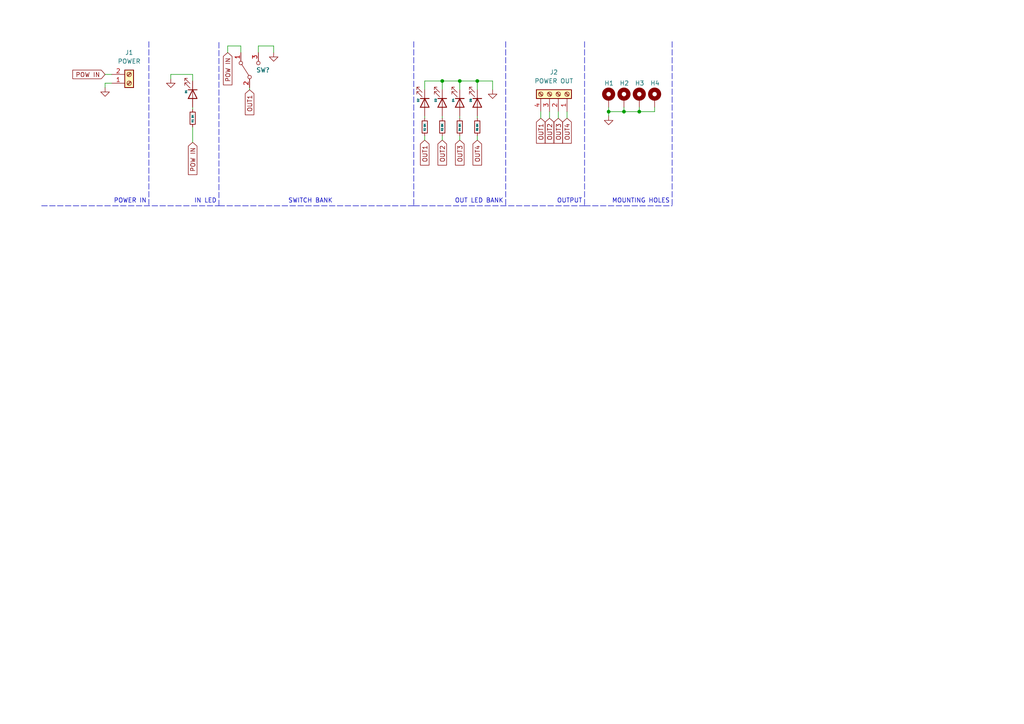
<source format=kicad_sch>
(kicad_sch (version 20211123) (generator eeschema)
  (paper "A4")
  (lib_symbols
    (symbol "Connector:Screw_Terminal_01x02" (pin_names (offset 1.016) hide)
      (property "Reference" "J" (at 0 2.54 0))
      (property "Value" "Screw_Terminal_01x02" (at 0 -5.08 0))
      (symbol "Screw_Terminal_01x02_1_1"
        (rectangle (start -1.27 1.27) (end 1.27 -3.81) (stroke (width 0.254)) (fill (type background)))
        (circle (center 0 -2.54) (radius 0.635) (stroke (width 0.1524)))
        (polyline (pts (xy -0.5334 -2.2098) (xy 0.3302 -3.048)) (stroke (width 0.1524)))
        (polyline (pts (xy -0.5334 0.3302) (xy 0.3302 -0.508)) (stroke (width 0.1524)))
        (polyline (pts (xy -0.3556 -2.032) (xy 0.508 -2.8702)) (stroke (width 0.1524)))
        (polyline (pts (xy -0.3556 0.508) (xy 0.508 -0.3302)) (stroke (width 0.1524)))
        (circle (center 0 0) (radius 0.635) (stroke (width 0.1524)))
        (pin passive line (at -5.08 0 0) (length 3.81) (name "Pin_1") (number "1"))
        (pin passive line (at -5.08 -2.54 0) (length 3.81) (name "Pin_2") (number "2"))
      )
    )
    (symbol "Connector:Screw_Terminal_01x04" (pin_names (offset 1.016) hide)
      (property "Reference" "J" (at 0 5.08 0))
      (property "Value" "Screw_Terminal_01x04" (at 0 -7.62 0))
      (symbol "Screw_Terminal_01x04_1_1"
        (rectangle (start -1.27 3.81) (end 1.27 -6.35) (stroke (width 0.254)) (fill (type background)))
        (circle (center 0 -5.08) (radius 0.635) (stroke (width 0.1524)))
        (circle (center 0 -2.54) (radius 0.635) (stroke (width 0.1524)))
        (polyline (pts (xy -0.5334 -4.7498) (xy 0.3302 -5.588)) (stroke (width 0.1524)))
        (polyline (pts (xy -0.5334 -2.2098) (xy 0.3302 -3.048)) (stroke (width 0.1524)))
        (polyline (pts (xy -0.5334 0.3302) (xy 0.3302 -0.508)) (stroke (width 0.1524)))
        (polyline (pts (xy -0.5334 2.8702) (xy 0.3302 2.032)) (stroke (width 0.1524)))
        (polyline (pts (xy -0.3556 -4.572) (xy 0.508 -5.4102)) (stroke (width 0.1524)))
        (polyline (pts (xy -0.3556 -2.032) (xy 0.508 -2.8702)) (stroke (width 0.1524)))
        (polyline (pts (xy -0.3556 0.508) (xy 0.508 -0.3302)) (stroke (width 0.1524)))
        (polyline (pts (xy -0.3556 3.048) (xy 0.508 2.2098)) (stroke (width 0.1524)))
        (circle (center 0 0) (radius 0.635) (stroke (width 0.1524)))
        (circle (center 0 2.54) (radius 0.635) (stroke (width 0.1524)))
        (pin passive line (at -5.08 2.54 0) (length 3.81) (name "Pin_1") (number "1"))
        (pin passive line (at -5.08 0 0) (length 3.81) (name "Pin_2") (number "2"))
        (pin passive line (at -5.08 -2.54 0) (length 3.81) (name "Pin_3") (number "3"))
        (pin passive line (at -5.08 -5.08 0) (length 3.81) (name "Pin_4") (number "4"))
      )
    )
    (symbol "Device:LED" (pin_numbers hide) (pin_names (offset 1.016) hide)
      (property "Reference" "D" (at 0 2.54 0))
      (property "Value" "LED" (at 0 -2.54 0))
      (symbol "LED_0_1"
        (polyline (pts (xy -1.27 -1.27) (xy -1.27 1.27)) (stroke (width 0.254)))
        (polyline (pts (xy -1.27 0) (xy 1.27 0)))
        (polyline (pts (xy 1.27 -1.27) (xy 1.27 1.27) (xy -1.27 0) (xy 1.27 -1.27)) (stroke (width 0.254)))
        (polyline (pts (xy -3.048 -0.762) (xy -4.572 -2.286) (xy -3.81 -2.286) (xy -4.572 -2.286) (xy -4.572 -1.524)))
        (polyline (pts (xy -1.778 -0.762) (xy -3.302 -2.286) (xy -2.54 -2.286) (xy -3.302 -2.286) (xy -3.302 -1.524)))
      )
      (symbol "LED_1_1"
        (pin passive line (at -3.81 0 0) (length 2.54) (name "K") (number "1"))
        (pin passive line (at 3.81 0 180) (length 2.54) (name "A") (number "2"))
      )
    )
    (symbol "Device:R_Small" (pin_numbers hide) (pin_names (offset 0.254) hide)
      (property "Reference" "R" (at 0.762 0.508 0))
      (property "Value" "R_Small" (at 0.762 -1.016 0))
      (symbol "R_Small_0_1"
        (rectangle (start -0.762 1.778) (end 0.762 -1.778) (stroke (width 0.2032)))
      )
      (symbol "R_Small_1_1"
        (pin passive line (at 0 2.54 270) (length 0.762) (name "~") (number "1"))
        (pin passive line (at 0 -2.54 90) (length 0.762) (name "~") (number "2"))
      )
    )
    (symbol "Mechanical:MountingHole_Pad" (pin_numbers hide) (pin_names (offset 1.016) hide)
      (property "Reference" "H" (at 0 6.35 0))
      (property "Value" "MountingHole_Pad" (at 0 4.445 0))
      (symbol "MountingHole_Pad_0_1"
        (circle (center 0 1.27) (radius 1.27) (stroke (width 1.27)))
      )
      (symbol "MountingHole_Pad_1_1"
        (pin input line (at 0 -2.54 90) (length 2.54) (name "1") (number "1"))
      )
    )
    (symbol "Switch:SW_SPDT" (pin_names (offset 0) hide)
      (property "Reference" "SW" (at 0 4.318 0))
      (property "Value" "SW_SPDT" (at 0 -5.08 0))
      (symbol "SW_SPDT_0_0"
        (circle (center -2.032 0) (radius 0.508))
        (circle (center 2.032 -2.54) (radius 0.508))
      )
      (symbol "SW_SPDT_0_1"
        (polyline (pts (xy -1.524 0.254) (xy 1.651 2.286)))
        (circle (center 2.032 2.54) (radius 0.508))
      )
      (symbol "SW_SPDT_1_1"
        (pin passive line (at 5.08 2.54 180) (length 2.54) (name "A") (number "1"))
        (pin passive line (at -5.08 0 0) (length 2.54) (name "B") (number "2"))
        (pin passive line (at 5.08 -2.54 180) (length 2.54) (name "C") (number "3"))
      )
    )
    (symbol "power:GND" (power) (pin_names (offset 0))
      (property "Value" "GND" (at 0 -3.81 0))
      (symbol "GND_0_1"
        (polyline (pts (xy 0 0) (xy 0 -1.27) (xy 1.27 -1.27) (xy 0 -2.54) (xy -1.27 -1.27) (xy 0 -1.27)))
      )
      (symbol "GND_1_1"
        (pin power_in line (at 0 0 270) (length 0) hide (name "GND") (number "1"))
      )
    )
  )
  (junction (at 138.43 23.495))
  (junction (at 176.53 32.385))
  (junction (at 133.35 23.495))
  (junction (at 180.975 32.385))
  (junction (at 185.42 32.385))
  (junction (at 128.27 23.495))
  (wire (pts (xy 180.975 31.115) (xy 180.975 32.385)))
  (polyline (pts (xy 169.545 12.065) (xy 169.545 59.69)))
  (wire (pts (xy 138.43 39.37) (xy 138.43 40.64)))
  (wire (pts (xy 74.93 15.24) (xy 74.93 13.335)))
  (wire (pts (xy 176.53 32.385) (xy 180.975 32.385)))
  (wire (pts (xy 138.43 23.495) (xy 133.35 23.495)))
  (wire (pts (xy 142.875 26.035) (xy 142.875 23.495)))
  (wire (pts (xy 49.53 21.59) (xy 49.53 22.86)))
  (polyline (pts (xy 63.5 59.69) (xy 120.015 59.69)))
  (polyline (pts (xy 194.945 12.065) (xy 194.945 59.69)))
  (wire (pts (xy 123.19 23.495) (xy 123.19 26.035)))
  (wire (pts (xy 72.39 25.4) (xy 72.39 26.035)))
  (wire (pts (xy 55.88 21.59) (xy 49.53 21.59)))
  (wire (pts (xy 133.35 23.495) (xy 133.35 26.035)))
  (wire (pts (xy 55.88 36.83) (xy 55.88 41.275)))
  (wire (pts (xy 74.93 13.335) (xy 79.375 13.335)))
  (wire (pts (xy 180.975 32.385) (xy 185.42 32.385)))
  (wire (pts (xy 138.43 33.655) (xy 138.43 34.29)))
  (polyline (pts (xy 12.065 59.69) (xy 63.5 59.69)))
  (wire (pts (xy 55.88 21.59) (xy 55.88 23.495)))
  (wire (pts (xy 185.42 32.385) (xy 189.865 32.385)))
  (wire (pts (xy 161.925 32.385) (xy 161.925 34.29)))
  (wire (pts (xy 133.35 23.495) (xy 128.27 23.495)))
  (wire (pts (xy 66.04 13.335) (xy 69.85 13.335)))
  (wire (pts (xy 66.04 15.24) (xy 66.04 13.335)))
  (wire (pts (xy 142.875 23.495) (xy 138.43 23.495)))
  (wire (pts (xy 32.385 24.13) (xy 30.48 24.13)))
  (wire (pts (xy 156.845 32.385) (xy 156.845 34.29)))
  (wire (pts (xy 123.19 39.37) (xy 123.19 40.64)))
  (wire (pts (xy 159.385 32.385) (xy 159.385 34.29)))
  (wire (pts (xy 176.53 31.115) (xy 176.53 32.385)))
  (wire (pts (xy 69.85 13.335) (xy 69.85 15.24)))
  (wire (pts (xy 128.27 33.655) (xy 128.27 34.29)))
  (wire (pts (xy 138.43 23.495) (xy 138.43 26.035)))
  (polyline (pts (xy 120.015 12.065) (xy 120.015 59.69)))
  (wire (pts (xy 128.27 23.495) (xy 123.19 23.495)))
  (wire (pts (xy 128.27 23.495) (xy 128.27 26.035)))
  (wire (pts (xy 123.19 33.655) (xy 123.19 34.29)))
  (wire (pts (xy 133.35 39.37) (xy 133.35 40.64)))
  (wire (pts (xy 55.88 31.115) (xy 55.88 31.75)))
  (wire (pts (xy 30.48 24.13) (xy 30.48 25.4)))
  (wire (pts (xy 79.375 13.335) (xy 79.375 15.24)))
  (wire (pts (xy 128.27 39.37) (xy 128.27 40.64)))
  (wire (pts (xy 189.865 31.115) (xy 189.865 32.385)))
  (polyline (pts (xy 43.18 12.065) (xy 43.18 59.69)))
  (wire (pts (xy 164.465 32.385) (xy 164.465 34.29)))
  (wire (pts (xy 30.48 21.59) (xy 32.385 21.59)))
  (polyline (pts (xy 120.015 59.69) (xy 169.545 59.69)))
  (wire (pts (xy 185.42 31.115) (xy 185.42 32.385)))
  (wire (pts (xy 176.53 32.385) (xy 176.53 33.655)))
  (polyline (pts (xy 146.685 12.065) (xy 146.685 59.69)))
  (polyline (pts (xy 63.5 59.69) (xy 63.5 12.065)))
  (polyline (pts (xy 169.545 59.69) (xy 194.945 59.69)))
  (wire (pts (xy 133.35 33.655) (xy 133.35 34.29)))
  (text "SWITCH BANK" (at 96.52 59.055 180) (effects (font (size 1.27 1.27)) (justify right bottom)))
  (text "POWER IN" (at 42.545 59.055 180) (effects (font (size 1.27 1.27)) (justify right bottom)))
  (text "OUT LED BANK" (at 146.05 59.055 180) (effects (font (size 1.27 1.27)) (justify right bottom)))
  (text "IN LED" (at 62.865 59.055 180) (effects (font (size 1.27 1.27)) (justify right bottom)))
  (text "MOUNTING HOLES" (at 194.31 59.055 180) (effects (font (size 1.27 1.27)) (justify right bottom)))
  (text "OUTPUT" (at 168.91 59.055 180) (effects (font (size 1.27 1.27)) (justify right bottom)))
  (global_label "OUT4" (shape input) (at 164.465 34.29 270) (property "Intersheet References" "${INTERSHEET_REFS}" (effects hide)))
  (global_label "OUT3" (shape input) (at 161.925 34.29 270) (property "Intersheet References" "${INTERSHEET_REFS}" (effects hide)))
  (global_label "OUT1" (shape input) (at 72.39 26.035 270) (property "Intersheet References" "${INTERSHEET_REFS}" (effects hide)))
  (global_label "OUT3" (shape input) (at 133.35 40.64 270) (property "Intersheet References" "${INTERSHEET_REFS}" (effects hide)))
  (global_label "OUT2" (shape input) (at 159.385 34.29 270) (property "Intersheet References" "${INTERSHEET_REFS}" (effects hide)))
  (global_label "POW IN" (shape input) (at 66.04 15.24 270) (property "Intersheet References" "${INTERSHEET_REFS}" (effects hide)))
  (global_label "OUT1" (shape input) (at 123.19 40.64 270) (property "Intersheet References" "${INTERSHEET_REFS}" (effects hide)))
  (global_label "POW IN" (shape input) (at 30.48 21.59 180) (property "Intersheet References" "${INTERSHEET_REFS}" (effects hide)))
  (global_label "OUT1" (shape input) (at 156.845 34.29 270) (property "Intersheet References" "${INTERSHEET_REFS}" (effects hide)))
  (global_label "OUT4" (shape input) (at 138.43 40.64 270) (property "Intersheet References" "${INTERSHEET_REFS}" (effects hide)))
  (global_label "POW IN" (shape input) (at 55.88 41.275 270) (property "Intersheet References" "${INTERSHEET_REFS}" (effects hide)))
  (global_label "OUT2" (shape input) (at 128.27 40.64 270) (property "Intersheet References" "${INTERSHEET_REFS}" (effects hide)))
  (symbol (lib_id "Device:R_Small") (at 138.43 36.83 0) (unit 1)
    (property "Reference" "R5" (at 138.43 38.1 90) (effects (font (size 0.5 0.5)) (justify left)))
    (property "Value" "8K" (at 138.43 36.83 90) (effects (font (size 0.5 0.5)) (justify left)))
    (property "Footprint" "Resistor_SMD:R_0603_1608Metric" (effects hide))
  )
  (symbol (lib_id "Mechanical:MountingHole_Pad") (at 180.975 28.575 0) (unit 1)
    (property "Reference" "H2" (at 179.705 24.13 0) (effects (justify left)))
    (property "Value" "MountingHole_Pad" (effects hide))
    (property "Footprint" "MountingHole:MountingHole_3.2mm_M3_Pad_TopBottom" (effects hide))
  )
  (symbol (lib_id "Device:R_Small") (at 55.88 34.29 0) (unit 1)
    (property "Reference" "R1" (at 55.88 35.56 90) (effects (font (size 0.5 0.5)) (justify left)))
    (property "Value" "8K" (at 55.88 34.29 90) (effects (font (size 0.5 0.5)) (justify left)))
    (property "Footprint" "Resistor_SMD:R_0603_1608Metric" (effects hide))
  )
  (symbol (lib_id "Switch:SW_SPDT") (at 72.39 20.32 90) (unit 1)
    (property "Reference" "SW?" (at 74.295 20.32 90) (effects (justify right)))
    (property "Value" "SW_SPDT" (effects hide))
  )
  (symbol (lib_id "Device:R_Small") (at 133.35 36.83 0) (unit 1)
    (property "Reference" "R4" (at 133.35 38.1 90) (effects (font (size 0.5 0.5)) (justify left)))
    (property "Value" "8K" (at 133.35 36.83 90) (effects (font (size 0.5 0.5)) (justify left)))
    (property "Footprint" "Resistor_SMD:R_0603_1608Metric" (effects hide))
  )
  (symbol (lib_id "power:GND") (at 30.48 25.4 0) (unit 1)
    (property "Reference" "#PWR01" (effects hide))
    (property "Value" "GND" (effects hide))
  )
  (symbol (lib_id "Device:R_Small") (at 123.19 36.83 0) (unit 1)
    (property "Reference" "R2" (at 123.19 38.1 90) (effects (font (size 0.5 0.5)) (justify left)))
    (property "Value" "8K" (at 123.19 36.83 90) (effects (font (size 0.5 0.5)) (justify left)))
    (property "Footprint" "Resistor_SMD:R_0603_1608Metric" (effects hide))
  )
  (symbol (lib_id "Device:LED") (at 128.27 29.845 270) (unit 1)
    (property "Reference" "D3" (at 126.365 28.575 0) (effects (font (size 0.5 0.5)) (justify left)))
    (property "Value" "LED" (effects hide))
    (property "Footprint" "LED_SMD:LED_0805_2012Metric" (effects hide))
  )
  (symbol (lib_id "Mechanical:MountingHole_Pad") (at 185.42 28.575 0) (unit 1)
    (property "Reference" "H3" (at 184.15 24.13 0) (effects (justify left)))
    (property "Value" "MountingHole_Pad" (effects hide))
    (property "Footprint" "MountingHole:MountingHole_3.2mm_M3_Pad_TopBottom" (effects hide))
  )
  (symbol (lib_id "Mechanical:MountingHole_Pad") (at 189.865 28.575 0) (unit 1)
    (property "Reference" "H4" (at 188.595 24.13 0) (effects (justify left)))
    (property "Value" "MountingHole_Pad" (effects hide))
    (property "Footprint" "MountingHole:MountingHole_3.2mm_M3_Pad_TopBottom" (effects hide))
  )
  (symbol (lib_id "power:GND") (at 49.53 22.86 0) (unit 1)
    (property "Reference" "#PWR02" (effects hide))
    (property "Value" "GND" (effects hide))
  )
  (symbol (lib_id "Device:LED") (at 55.88 27.305 270) (unit 1)
    (property "Reference" "D1" (at 53.975 26.035 0) (effects (font (size 0.5 0.5)) (justify left)))
    (property "Value" "LED" (effects hide))
    (property "Footprint" "LED_SMD:LED_0805_2012Metric" (effects hide))
  )
  (symbol (lib_id "Device:LED") (at 123.19 29.845 270) (unit 1)
    (property "Reference" "D2" (at 121.285 28.575 0) (effects (font (size 0.5 0.5)) (justify left)))
    (property "Value" "LED" (effects hide))
    (property "Footprint" "LED_SMD:LED_0805_2012Metric" (effects hide))
  )
  (symbol (lib_id "Connector:Screw_Terminal_01x02") (at 37.465 24.13 0) (mirror x) (unit 1)
    (property "Reference" "J1" (at 37.465 15.24 0))
    (property "Value" "POWER" (at 37.465 17.78 0))
    (property "Footprint" "TerminalBlock_Phoenix:TerminalBlock_Phoenix_MKDS-1,5-2_1x02_P5.00mm_Horizontal" (effects hide))
  )
  (symbol (lib_id "Device:LED") (at 138.43 29.845 270) (unit 1)
    (property "Reference" "D5" (at 136.525 28.575 0) (effects (font (size 0.5 0.5)) (justify left)))
    (property "Value" "LED" (effects hide))
    (property "Footprint" "LED_SMD:LED_0805_2012Metric" (effects hide))
  )
  (symbol (lib_id "power:GND") (at 176.53 33.655 0) (unit 1)
    (property "Reference" "#PWR0101" (effects hide))
    (property "Value" "GND" (effects hide))
  )
  (symbol (lib_id "power:GND") (at 142.875 26.035 0) (unit 1)
    (property "Reference" "#PWR03" (effects hide))
    (property "Value" "GND" (effects hide))
  )
  (symbol (lib_id "Device:LED") (at 133.35 29.845 270) (unit 1)
    (property "Reference" "D4" (at 131.445 28.575 0) (effects (font (size 0.5 0.5)) (justify left)))
    (property "Value" "LED" (effects hide))
    (property "Footprint" "LED_SMD:LED_0805_2012Metric" (effects hide))
  )
  (symbol (lib_id "Device:R_Small") (at 128.27 36.83 0) (unit 1)
    (property "Reference" "R3" (at 128.27 38.1 90) (effects (font (size 0.5 0.5)) (justify left)))
    (property "Value" "8K" (at 128.27 36.83 90) (effects (font (size 0.5 0.5)) (justify left)))
    (property "Footprint" "Resistor_SMD:R_0603_1608Metric" (effects hide))
  )
  (symbol (lib_id "power:GND") (at 79.375 15.24 0) (unit 1)
    (property "Reference" "#PWR?" (effects hide))
    (property "Value" "GND" (effects hide))
  )
  (symbol (lib_id "Connector:Screw_Terminal_01x04") (at 161.925 27.305 270) (mirror x) (unit 1)
    (property "Reference" "J2" (at 160.655 20.955 90))
    (property "Value" "POWER OUT" (at 160.655 23.495 90))
    (property "Footprint" "TerminalBlock_Phoenix:TerminalBlock_Phoenix_MKDS-1,5-4_1x04_P5.00mm_Horizontal" (effects hide))
  )
  (symbol (lib_id "Mechanical:MountingHole_Pad") (at 176.53 28.575 0) (unit 1)
    (property "Reference" "H1" (at 175.26 24.13 0) (effects (justify left)))
    (property "Value" "MountingHole_Pad" (effects hide))
    (property "Footprint" "MountingHole:MountingHole_3.2mm_M3_Pad_TopBottom" (effects hide))
  )
)
</source>
